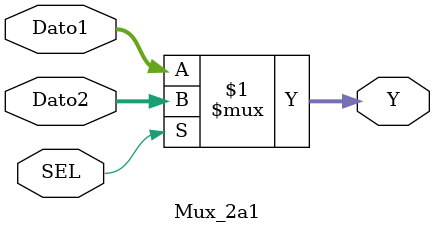
<source format=v>
`timescale 1ns / 1ps


module Mux_2a1(
    input SEL,
    input [5:0] Dato1, Dato2,
    output [5:0] Y
    );
    
    assign Y = SEL ? Dato2 : Dato1;
    
endmodule
</source>
